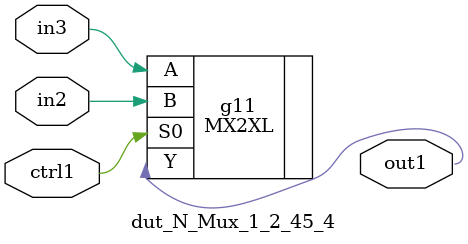
<source format=v>
`timescale 1ps / 1ps


module dut_N_Mux_1_2_45_4(in3, in2, ctrl1, out1);
  input in3, in2, ctrl1;
  output out1;
  wire in3, in2, ctrl1;
  wire out1;
  MX2XL g11(.A (in3), .B (in2), .S0 (ctrl1), .Y (out1));
endmodule



</source>
